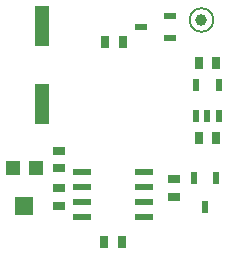
<source format=gbr>
%TF.GenerationSoftware,KiCad,Pcbnew,(6.0.2)*%
%TF.CreationDate,2022-05-16T11:26:32+02:00*%
%TF.ProjectId,Pir_movement_sensor,5069725f-6d6f-4766-956d-656e745f7365,rev?*%
%TF.SameCoordinates,PX55d4a80PY7bfa480*%
%TF.FileFunction,Paste,Top*%
%TF.FilePolarity,Positive*%
%FSLAX46Y46*%
G04 Gerber Fmt 4.6, Leading zero omitted, Abs format (unit mm)*
G04 Created by KiCad (PCBNEW (6.0.2)) date 2022-05-16 11:26:32*
%MOMM*%
%LPD*%
G01*
G04 APERTURE LIST*
%ADD10C,0.200000*%
%ADD11C,1.000000*%
%ADD12R,1.000000X0.640000*%
%ADD13R,0.660000X1.000000*%
%ADD14R,1.000000X0.600000*%
%ADD15R,1.200000X3.400000*%
%ADD16R,1.550000X0.600000*%
%ADD17R,0.640000X1.000000*%
%ADD18R,0.600000X1.100000*%
%ADD19R,1.000000X0.660000*%
%ADD20R,1.200000X1.200000*%
%ADD21R,1.600000X1.500000*%
%ADD22R,0.600000X1.000000*%
G04 APERTURE END LIST*
D10*
%TO.C,FD1*%
X19500000Y26800000D02*
G75*
G03*
X19500000Y26800000I-1000000J0D01*
G01*
%TD*%
D11*
%TO.C,FD1*%
X18500000Y26800000D03*
%TD*%
D12*
%TO.C,R2*%
X16200000Y11825000D03*
X16200000Y13375000D03*
%TD*%
D13*
%TO.C,C2*%
X19730000Y23200000D03*
X18270000Y23200000D03*
%TD*%
%TO.C,C3*%
X10270000Y8000000D03*
X11730000Y8000000D03*
%TD*%
D14*
%TO.C,Q2*%
X15800000Y25250000D03*
X15800000Y27150000D03*
X13400000Y26200000D03*
%TD*%
D15*
%TO.C,C5*%
X5000000Y19700000D03*
X5000000Y26300000D03*
%TD*%
D13*
%TO.C,C1*%
X19730000Y16800000D03*
X18270000Y16800000D03*
%TD*%
D16*
%TO.C,U3*%
X13600000Y10095000D03*
X13600000Y11365000D03*
X13600000Y12635000D03*
X13600000Y13905000D03*
X8400000Y13905000D03*
X8400000Y12635000D03*
X8400000Y11365000D03*
X8400000Y10095000D03*
%TD*%
D17*
%TO.C,R4*%
X11875000Y24900000D03*
X10325000Y24900000D03*
%TD*%
D12*
%TO.C,R3*%
X6400000Y12575000D03*
X6400000Y11025000D03*
%TD*%
D18*
%TO.C,U2*%
X18050000Y18700000D03*
X19000000Y18700000D03*
X19950000Y18700000D03*
X19950000Y21300000D03*
X18050000Y21300000D03*
%TD*%
D19*
%TO.C,C4*%
X6400000Y14270000D03*
X6400000Y15730000D03*
%TD*%
D20*
%TO.C,R1*%
X4500000Y14300000D03*
D21*
X3500000Y11050000D03*
D20*
X2500000Y14300000D03*
%TD*%
D22*
%TO.C,Q1*%
X19750000Y13400000D03*
X17850000Y13400000D03*
X18800000Y11000000D03*
%TD*%
M02*

</source>
